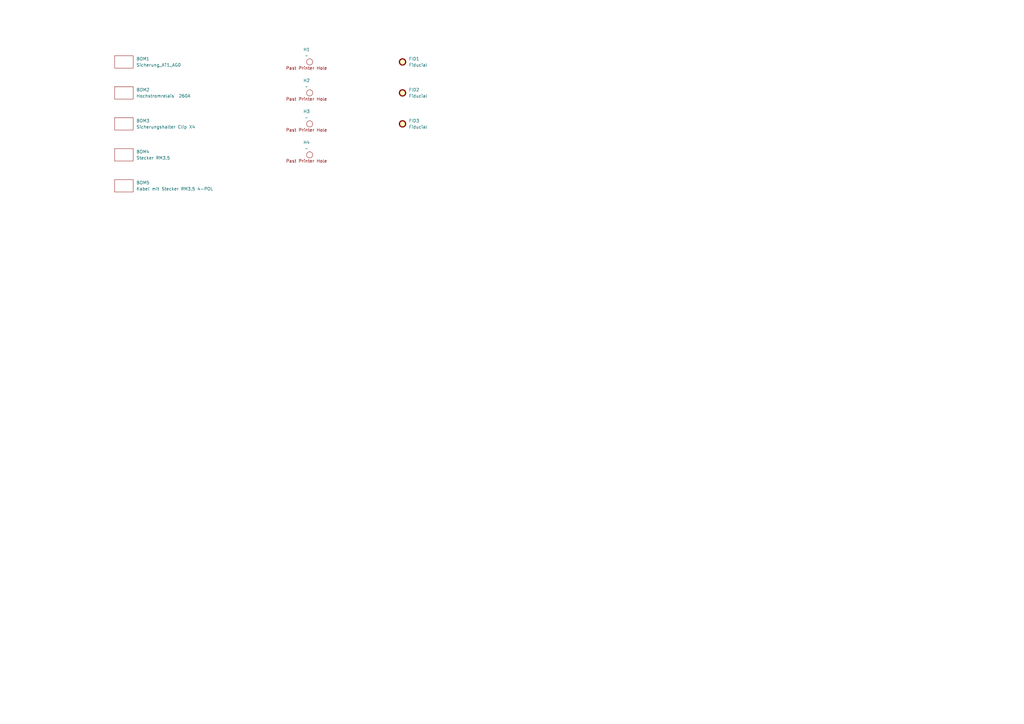
<source format=kicad_sch>
(kicad_sch
	(version 20231120)
	(generator "eeschema")
	(generator_version "8.0")
	(uuid "a32458a1-4aba-4f43-a908-dfae72e746a3")
	(paper "A3")
	(lib_symbols
		(symbol "Mechanical:Fiducial"
			(exclude_from_sim yes)
			(in_bom no)
			(on_board yes)
			(property "Reference" "FID"
				(at 0 5.08 0)
				(effects
					(font
						(size 1.27 1.27)
					)
				)
			)
			(property "Value" "Fiducial"
				(at 0 3.175 0)
				(effects
					(font
						(size 1.27 1.27)
					)
				)
			)
			(property "Footprint" ""
				(at 0 0 0)
				(effects
					(font
						(size 1.27 1.27)
					)
					(hide yes)
				)
			)
			(property "Datasheet" "~"
				(at 0 0 0)
				(effects
					(font
						(size 1.27 1.27)
					)
					(hide yes)
				)
			)
			(property "Description" "Fiducial Marker"
				(at 0 0 0)
				(effects
					(font
						(size 1.27 1.27)
					)
					(hide yes)
				)
			)
			(property "ki_keywords" "fiducial marker"
				(at 0 0 0)
				(effects
					(font
						(size 1.27 1.27)
					)
					(hide yes)
				)
			)
			(property "ki_fp_filters" "Fiducial*"
				(at 0 0 0)
				(effects
					(font
						(size 1.27 1.27)
					)
					(hide yes)
				)
			)
			(symbol "Fiducial_0_1"
				(circle
					(center 0 0)
					(radius 1.27)
					(stroke
						(width 0.508)
						(type default)
					)
					(fill
						(type background)
					)
				)
			)
		)
		(symbol "myBOM_Part:BOM-Part"
			(pin_numbers hide)
			(pin_names
				(offset 0) hide)
			(exclude_from_sim no)
			(in_bom yes)
			(on_board no)
			(property "Reference" "BOM"
				(at 0 0 0)
				(effects
					(font
						(size 1.27 1.27)
					)
				)
			)
			(property "Value" ""
				(at 0 0 0)
				(effects
					(font
						(size 1.27 1.27)
					)
				)
			)
			(property "Footprint" "myDummy:BOM-Dummy"
				(at 0 0 0)
				(effects
					(font
						(size 1.27 1.27)
					)
					(hide yes)
				)
			)
			(property "Datasheet" ""
				(at 0 0 0)
				(effects
					(font
						(size 1.27 1.27)
					)
					(hide yes)
				)
			)
			(property "Description" ""
				(at 0 0 0)
				(effects
					(font
						(size 1.27 1.27)
					)
					(hide yes)
				)
			)
			(symbol "BOM-Part_0_1"
				(rectangle
					(start -3.81 2.54)
					(end 3.81 -2.54)
					(stroke
						(width 0)
						(type default)
					)
					(fill
						(type none)
					)
				)
			)
		)
		(symbol "myMounting:mounting_past_printer"
			(exclude_from_sim no)
			(in_bom no)
			(on_board yes)
			(property "Reference" "H"
				(at 0 0 0)
				(effects
					(font
						(size 1.27 1.27)
					)
				)
			)
			(property "Value" ""
				(at 0 0 0)
				(effects
					(font
						(size 1.27 1.27)
					)
				)
			)
			(property "Footprint" "myHoles:printer_mounting_holes_1mm"
				(at 0 0 0)
				(effects
					(font
						(size 1.27 1.27)
					)
					(hide yes)
				)
			)
			(property "Datasheet" ""
				(at 0 0 0)
				(effects
					(font
						(size 1.27 1.27)
					)
					(hide yes)
				)
			)
			(property "Description" ""
				(at 0 0 0)
				(effects
					(font
						(size 1.27 1.27)
					)
					(hide yes)
				)
			)
			(symbol "mounting_past_printer_0_1"
				(circle
					(center 0 0)
					(radius 1.27)
					(stroke
						(width 0)
						(type default)
					)
					(fill
						(type none)
					)
				)
			)
			(symbol "mounting_past_printer_1_1"
				(text "Past Printer Hole\n"
					(at -1.27 -2.54 0)
					(effects
						(font
							(size 1.27 1.27)
						)
					)
				)
			)
		)
	)
	(symbol
		(lib_id "myBOM_Part:BOM-Part")
		(at 50.8 63.5 0)
		(unit 1)
		(exclude_from_sim no)
		(in_bom yes)
		(on_board yes)
		(dnp no)
		(fields_autoplaced yes)
		(uuid "2616c110-8163-4ccb-a3c6-a46d8b0ff2ef")
		(property "Reference" "BOM4"
			(at 55.88 62.2299 0)
			(effects
				(font
					(size 1.27 1.27)
				)
				(justify left)
			)
		)
		(property "Value" "Stecker RM3,5"
			(at 55.88 64.7699 0)
			(effects
				(font
					(size 1.27 1.27)
				)
				(justify left)
			)
		)
		(property "Footprint" "myBOM:BOM_PART"
			(at 50.8 63.5 0)
			(effects
				(font
					(size 1.27 1.27)
				)
				(hide yes)
			)
		)
		(property "Datasheet" ""
			(at 50.8 63.5 0)
			(effects
				(font
					(size 1.27 1.27)
				)
				(hide yes)
			)
		)
		(property "Description" "SCHRAUBKLEMME STECKER 2-POL RM3.5 VERTICAL"
			(at 50.8 63.5 0)
			(effects
				(font
					(size 1.27 1.27)
				)
				(hide yes)
			)
		)
		(property "HAN" "691361100002"
			(at 50.8 63.5 0)
			(effects
				(font
					(size 1.27 1.27)
				)
				(hide yes)
			)
		)
		(property "ECS Art#" "CON181"
			(at 50.8 63.5 0)
			(effects
				(font
					(size 1.27 1.27)
				)
				(hide yes)
			)
		)
		(property "Hersteller" "WÜRTH"
			(at 50.8 63.5 0)
			(effects
				(font
					(size 1.27 1.27)
				)
				(hide yes)
			)
		)
		(instances
			(project ""
				(path "/c138cc6a-756d-4318-83c4-a5413b81ee5f"
					(reference "BOM4")
					(unit 1)
				)
				(path "/c138cc6a-756d-4318-83c4-a5413b81ee5f/ed5c3467-b27a-45f1-8f58-e67286f004f2"
					(reference "BOM4")
					(unit 1)
				)
			)
		)
	)
	(symbol
		(lib_id "myMounting:mounting_past_printer")
		(at 127 50.8 0)
		(unit 1)
		(exclude_from_sim no)
		(in_bom no)
		(on_board yes)
		(dnp no)
		(fields_autoplaced yes)
		(uuid "29ddfdfc-82d8-4eee-a630-cc4f4479e7c5")
		(property "Reference" "H3"
			(at 125.73 45.72 0)
			(effects
				(font
					(size 1.27 1.27)
				)
			)
		)
		(property "Value" "~"
			(at 125.73 48.26 0)
			(effects
				(font
					(size 1.27 1.27)
				)
			)
		)
		(property "Footprint" "myHoles:printer_mounting_holes_1mm"
			(at 127 50.8 0)
			(effects
				(font
					(size 1.27 1.27)
				)
				(hide yes)
			)
		)
		(property "Datasheet" ""
			(at 127 50.8 0)
			(effects
				(font
					(size 1.27 1.27)
				)
				(hide yes)
			)
		)
		(property "Description" "Pastendrucker Ausrichtung"
			(at 127 50.8 0)
			(effects
				(font
					(size 1.27 1.27)
				)
				(hide yes)
			)
		)
		(property "ECS Art#" "---"
			(at 127 50.8 0)
			(effects
				(font
					(size 1.27 1.27)
				)
				(hide yes)
			)
		)
		(property "HAN" "---"
			(at 127 50.8 0)
			(effects
				(font
					(size 1.27 1.27)
				)
				(hide yes)
			)
		)
		(property "Hersteller" "---"
			(at 127 50.8 0)
			(effects
				(font
					(size 1.27 1.27)
				)
				(hide yes)
			)
		)
		(instances
			(project "protection"
				(path "/c138cc6a-756d-4318-83c4-a5413b81ee5f/ed5c3467-b27a-45f1-8f58-e67286f004f2"
					(reference "H3")
					(unit 1)
				)
			)
		)
	)
	(symbol
		(lib_id "myMounting:mounting_past_printer")
		(at 127 63.5 0)
		(unit 1)
		(exclude_from_sim no)
		(in_bom no)
		(on_board yes)
		(dnp no)
		(fields_autoplaced yes)
		(uuid "3c7f5937-2357-40c9-b4f8-7bd0bf910cc7")
		(property "Reference" "H4"
			(at 125.73 58.42 0)
			(effects
				(font
					(size 1.27 1.27)
				)
			)
		)
		(property "Value" "~"
			(at 125.73 60.96 0)
			(effects
				(font
					(size 1.27 1.27)
				)
			)
		)
		(property "Footprint" "myHoles:printer_mounting_holes_1mm"
			(at 127 63.5 0)
			(effects
				(font
					(size 1.27 1.27)
				)
				(hide yes)
			)
		)
		(property "Datasheet" ""
			(at 127 63.5 0)
			(effects
				(font
					(size 1.27 1.27)
				)
				(hide yes)
			)
		)
		(property "Description" "Pastendrucker Ausrichtung"
			(at 127 63.5 0)
			(effects
				(font
					(size 1.27 1.27)
				)
				(hide yes)
			)
		)
		(property "ECS Art#" "---"
			(at 127 63.5 0)
			(effects
				(font
					(size 1.27 1.27)
				)
				(hide yes)
			)
		)
		(property "HAN" "---"
			(at 127 63.5 0)
			(effects
				(font
					(size 1.27 1.27)
				)
				(hide yes)
			)
		)
		(property "Hersteller" "---"
			(at 127 63.5 0)
			(effects
				(font
					(size 1.27 1.27)
				)
				(hide yes)
			)
		)
		(instances
			(project "protection"
				(path "/c138cc6a-756d-4318-83c4-a5413b81ee5f/ed5c3467-b27a-45f1-8f58-e67286f004f2"
					(reference "H4")
					(unit 1)
				)
			)
		)
	)
	(symbol
		(lib_id "Mechanical:Fiducial")
		(at 165.1 50.8 0)
		(unit 1)
		(exclude_from_sim yes)
		(in_bom no)
		(on_board yes)
		(dnp no)
		(fields_autoplaced yes)
		(uuid "535193aa-5fab-4f3a-8460-3c75aebe69e7")
		(property "Reference" "FID3"
			(at 167.64 49.5299 0)
			(effects
				(font
					(size 1.27 1.27)
				)
				(justify left)
			)
		)
		(property "Value" "Fiducial"
			(at 167.64 52.0699 0)
			(effects
				(font
					(size 1.27 1.27)
				)
				(justify left)
			)
		)
		(property "Footprint" "Fiducial:Fiducial_1mm_Mask3mm"
			(at 165.1 50.8 0)
			(effects
				(font
					(size 1.27 1.27)
				)
				(hide yes)
			)
		)
		(property "Datasheet" "~"
			(at 165.1 50.8 0)
			(effects
				(font
					(size 1.27 1.27)
				)
				(hide yes)
			)
		)
		(property "Description" "Fiducial Marker"
			(at 165.1 50.8 0)
			(effects
				(font
					(size 1.27 1.27)
				)
				(hide yes)
			)
		)
		(property "ECS Art#" "---"
			(at 165.1 50.8 0)
			(effects
				(font
					(size 1.27 1.27)
				)
				(hide yes)
			)
		)
		(property "HAN" "---"
			(at 165.1 50.8 0)
			(effects
				(font
					(size 1.27 1.27)
				)
				(hide yes)
			)
		)
		(property "Hersteller" "---"
			(at 165.1 50.8 0)
			(effects
				(font
					(size 1.27 1.27)
				)
				(hide yes)
			)
		)
		(instances
			(project "protection"
				(path "/c138cc6a-756d-4318-83c4-a5413b81ee5f/ed5c3467-b27a-45f1-8f58-e67286f004f2"
					(reference "FID3")
					(unit 1)
				)
			)
		)
	)
	(symbol
		(lib_id "myBOM_Part:BOM-Part")
		(at 50.8 38.1 0)
		(unit 1)
		(exclude_from_sim no)
		(in_bom yes)
		(on_board yes)
		(dnp no)
		(fields_autoplaced yes)
		(uuid "7b942edd-aee4-4dd1-ac24-8d08c872cf5a")
		(property "Reference" "BOM2"
			(at 55.88 36.8299 0)
			(effects
				(font
					(size 1.27 1.27)
				)
				(justify left)
			)
		)
		(property "Value" "Hochstromrelais  260A"
			(at 55.88 39.3699 0)
			(effects
				(font
					(size 1.27 1.27)
				)
				(justify left)
			)
		)
		(property "Footprint" "myBOM:BOM_PART"
			(at 50.8 38.1 0)
			(effects
				(font
					(size 1.27 1.27)
				)
				(hide yes)
			)
		)
		(property "Datasheet" ""
			(at 50.8 38.1 0)
			(effects
				(font
					(size 1.27 1.27)
				)
				(hide yes)
			)
		)
		(property "Description" "V23130-C2021-A412 RELAIS BI-STABIL 12V 190A"
			(at 50.8 38.1 0)
			(effects
				(font
					(size 1.27 1.27)
				)
				(hide yes)
			)
		)
		(property "HAN" "1-1414939-4"
			(at 50.8 38.1 0)
			(effects
				(font
					(size 1.27 1.27)
				)
				(hide yes)
			)
		)
		(property "ECS Art#" "EM111"
			(at 50.8 38.1 0)
			(effects
				(font
					(size 1.27 1.27)
				)
				(hide yes)
			)
		)
		(property "Hersteller" "TE"
			(at 50.8 38.1 0)
			(effects
				(font
					(size 1.27 1.27)
				)
				(hide yes)
			)
		)
		(instances
			(project "protection"
				(path "/c138cc6a-756d-4318-83c4-a5413b81ee5f/ed5c3467-b27a-45f1-8f58-e67286f004f2"
					(reference "BOM2")
					(unit 1)
				)
			)
		)
	)
	(symbol
		(lib_id "myBOM_Part:BOM-Part")
		(at 50.8 76.2 0)
		(unit 1)
		(exclude_from_sim no)
		(in_bom yes)
		(on_board yes)
		(dnp no)
		(fields_autoplaced yes)
		(uuid "a00d96bd-adc9-433b-8696-5005c69294b4")
		(property "Reference" "BOM5"
			(at 55.88 74.9299 0)
			(effects
				(font
					(size 1.27 1.27)
				)
				(justify left)
			)
		)
		(property "Value" "Kabel mit Stecker RM3,5 4-POL"
			(at 55.88 77.4699 0)
			(effects
				(font
					(size 1.27 1.27)
				)
				(justify left)
			)
		)
		(property "Footprint" "myBOM:BOM_PART"
			(at 50.8 76.2 0)
			(effects
				(font
					(size 1.27 1.27)
				)
				(hide yes)
			)
		)
		(property "Datasheet" ""
			(at 50.8 76.2 0)
			(effects
				(font
					(size 1.27 1.27)
				)
				(hide yes)
			)
		)
		(property "Description" "KAB_30_4 Kabel mit Stecker RM2,54m 4-POL 30cm"
			(at 50.8 76.2 0)
			(effects
				(font
					(size 1.27 1.27)
				)
				(hide yes)
			)
		)
		(property "HAN" "PS4"
			(at 50.8 76.2 0)
			(effects
				(font
					(size 1.27 1.27)
				)
				(hide yes)
			)
		)
		(property "ECS Art#" "KA143"
			(at 50.8 76.2 0)
			(effects
				(font
					(size 1.27 1.27)
				)
				(hide yes)
			)
		)
		(property "Hersteller" "econ"
			(at 50.8 76.2 0)
			(effects
				(font
					(size 1.27 1.27)
				)
				(hide yes)
			)
		)
		(instances
			(project "protection"
				(path "/c138cc6a-756d-4318-83c4-a5413b81ee5f/ed5c3467-b27a-45f1-8f58-e67286f004f2"
					(reference "BOM5")
					(unit 1)
				)
			)
		)
	)
	(symbol
		(lib_id "myBOM_Part:BOM-Part")
		(at 50.8 50.8 0)
		(unit 1)
		(exclude_from_sim no)
		(in_bom yes)
		(on_board yes)
		(dnp no)
		(fields_autoplaced yes)
		(uuid "be59525e-0bd5-4b76-844b-3f04ced82cd4")
		(property "Reference" "BOM3"
			(at 55.88 49.5299 0)
			(effects
				(font
					(size 1.27 1.27)
				)
				(justify left)
			)
		)
		(property "Value" "Sicherungshalter Clip X4"
			(at 55.88 52.0699 0)
			(effects
				(font
					(size 1.27 1.27)
				)
				(justify left)
			)
		)
		(property "Footprint" "myBOM:BOM_PART"
			(at 50.8 50.8 0)
			(effects
				(font
					(size 1.27 1.27)
				)
				(hide yes)
			)
		)
		(property "Datasheet" ""
			(at 50.8 50.8 0)
			(effects
				(font
					(size 1.27 1.27)
				)
				(hide yes)
			)
		)
		(property "Description" "SI HALTER PRINT EINZELCLIP FÜR SI 6,3X32 HOCHSTROM"
			(at 50.8 50.8 0)
			(effects
				(font
					(size 1.27 1.27)
				)
				(hide yes)
			)
		)
		(property "HAN" "01220088Z"
			(at 50.8 50.8 0)
			(effects
				(font
					(size 1.27 1.27)
				)
				(hide yes)
			)
		)
		(property "ECS Art#" "EM001"
			(at 50.8 50.8 0)
			(effects
				(font
					(size 1.27 1.27)
				)
				(hide yes)
			)
		)
		(property "Hersteller" "Littlefuse"
			(at 50.8 50.8 0)
			(effects
				(font
					(size 1.27 1.27)
				)
				(hide yes)
			)
		)
		(instances
			(project "protection"
				(path "/c138cc6a-756d-4318-83c4-a5413b81ee5f/ed5c3467-b27a-45f1-8f58-e67286f004f2"
					(reference "BOM3")
					(unit 1)
				)
			)
		)
	)
	(symbol
		(lib_id "myMounting:mounting_past_printer")
		(at 127 25.4 0)
		(unit 1)
		(exclude_from_sim no)
		(in_bom no)
		(on_board yes)
		(dnp no)
		(fields_autoplaced yes)
		(uuid "dc26554d-c7a1-4a56-a422-4af1c0dd198a")
		(property "Reference" "H1"
			(at 125.73 20.32 0)
			(effects
				(font
					(size 1.27 1.27)
				)
			)
		)
		(property "Value" "~"
			(at 125.73 22.86 0)
			(effects
				(font
					(size 1.27 1.27)
				)
			)
		)
		(property "Footprint" "myHoles:printer_mounting_holes_1mm"
			(at 127 25.4 0)
			(effects
				(font
					(size 1.27 1.27)
				)
				(hide yes)
			)
		)
		(property "Datasheet" ""
			(at 127 25.4 0)
			(effects
				(font
					(size 1.27 1.27)
				)
				(hide yes)
			)
		)
		(property "Description" "Pastendrucker Ausrichtung"
			(at 127 25.4 0)
			(effects
				(font
					(size 1.27 1.27)
				)
				(hide yes)
			)
		)
		(property "ECS Art#" "---"
			(at 127 25.4 0)
			(effects
				(font
					(size 1.27 1.27)
				)
				(hide yes)
			)
		)
		(property "HAN" "---"
			(at 127 25.4 0)
			(effects
				(font
					(size 1.27 1.27)
				)
				(hide yes)
			)
		)
		(property "Hersteller" "---"
			(at 127 25.4 0)
			(effects
				(font
					(size 1.27 1.27)
				)
				(hide yes)
			)
		)
		(instances
			(project ""
				(path "/c138cc6a-756d-4318-83c4-a5413b81ee5f/ed5c3467-b27a-45f1-8f58-e67286f004f2"
					(reference "H1")
					(unit 1)
				)
			)
		)
	)
	(symbol
		(lib_id "Mechanical:Fiducial")
		(at 165.1 38.1 0)
		(unit 1)
		(exclude_from_sim yes)
		(in_bom no)
		(on_board yes)
		(dnp no)
		(fields_autoplaced yes)
		(uuid "e24f97ca-4c48-4f03-970f-4108cf210d17")
		(property "Reference" "FID2"
			(at 167.64 36.8299 0)
			(effects
				(font
					(size 1.27 1.27)
				)
				(justify left)
			)
		)
		(property "Value" "Fiducial"
			(at 167.64 39.3699 0)
			(effects
				(font
					(size 1.27 1.27)
				)
				(justify left)
			)
		)
		(property "Footprint" "Fiducial:Fiducial_1mm_Mask3mm"
			(at 165.1 38.1 0)
			(effects
				(font
					(size 1.27 1.27)
				)
				(hide yes)
			)
		)
		(property "Datasheet" "~"
			(at 165.1 38.1 0)
			(effects
				(font
					(size 1.27 1.27)
				)
				(hide yes)
			)
		)
		(property "Description" "Fiducial Marker"
			(at 165.1 38.1 0)
			(effects
				(font
					(size 1.27 1.27)
				)
				(hide yes)
			)
		)
		(property "ECS Art#" "---"
			(at 165.1 38.1 0)
			(effects
				(font
					(size 1.27 1.27)
				)
				(hide yes)
			)
		)
		(property "HAN" "---"
			(at 165.1 38.1 0)
			(effects
				(font
					(size 1.27 1.27)
				)
				(hide yes)
			)
		)
		(property "Hersteller" "---"
			(at 165.1 38.1 0)
			(effects
				(font
					(size 1.27 1.27)
				)
				(hide yes)
			)
		)
		(instances
			(project "protection"
				(path "/c138cc6a-756d-4318-83c4-a5413b81ee5f/ed5c3467-b27a-45f1-8f58-e67286f004f2"
					(reference "FID2")
					(unit 1)
				)
			)
		)
	)
	(symbol
		(lib_id "Mechanical:Fiducial")
		(at 165.1 25.4 0)
		(unit 1)
		(exclude_from_sim yes)
		(in_bom no)
		(on_board yes)
		(dnp no)
		(fields_autoplaced yes)
		(uuid "e77d645d-ed2e-48fc-85ae-ee814f2c2163")
		(property "Reference" "FID1"
			(at 167.64 24.1299 0)
			(effects
				(font
					(size 1.27 1.27)
				)
				(justify left)
			)
		)
		(property "Value" "Fiducial"
			(at 167.64 26.6699 0)
			(effects
				(font
					(size 1.27 1.27)
				)
				(justify left)
			)
		)
		(property "Footprint" "Fiducial:Fiducial_1mm_Mask3mm"
			(at 165.1 25.4 0)
			(effects
				(font
					(size 1.27 1.27)
				)
				(hide yes)
			)
		)
		(property "Datasheet" "~"
			(at 165.1 25.4 0)
			(effects
				(font
					(size 1.27 1.27)
				)
				(hide yes)
			)
		)
		(property "Description" "Fiducial Marker"
			(at 165.1 25.4 0)
			(effects
				(font
					(size 1.27 1.27)
				)
				(hide yes)
			)
		)
		(property "ECS Art#" "---"
			(at 165.1 25.4 0)
			(effects
				(font
					(size 1.27 1.27)
				)
				(hide yes)
			)
		)
		(property "HAN" "---"
			(at 165.1 25.4 0)
			(effects
				(font
					(size 1.27 1.27)
				)
				(hide yes)
			)
		)
		(property "Hersteller" "---"
			(at 165.1 25.4 0)
			(effects
				(font
					(size 1.27 1.27)
				)
				(hide yes)
			)
		)
		(instances
			(project ""
				(path "/c138cc6a-756d-4318-83c4-a5413b81ee5f/ed5c3467-b27a-45f1-8f58-e67286f004f2"
					(reference "FID1")
					(unit 1)
				)
			)
		)
	)
	(symbol
		(lib_id "myBOM_Part:BOM-Part")
		(at 50.8 25.4 0)
		(unit 1)
		(exclude_from_sim no)
		(in_bom yes)
		(on_board yes)
		(dnp no)
		(fields_autoplaced yes)
		(uuid "e9acec90-614c-4ceb-bca1-66640bbed2a8")
		(property "Reference" "BOM1"
			(at 55.88 24.1299 0)
			(effects
				(font
					(size 1.27 1.27)
				)
				(justify left)
			)
		)
		(property "Value" "Sicherung_AT1_AG0"
			(at 55.88 26.6699 0)
			(effects
				(font
					(size 1.27 1.27)
				)
				(justify left)
			)
		)
		(property "Footprint" "myBOM:BOM_PART"
			(at 50.8 25.4 0)
			(effects
				(font
					(size 1.27 1.27)
				)
				(hide yes)
			)
		)
		(property "Datasheet" ""
			(at 50.8 25.4 0)
			(effects
				(font
					(size 1.27 1.27)
				)
				(hide yes)
			)
		)
		(property "Description" ""
			(at 50.8 25.4 0)
			(effects
				(font
					(size 1.27 1.27)
				)
				(hide yes)
			)
		)
		(instances
			(project "protection"
				(path "/c138cc6a-756d-4318-83c4-a5413b81ee5f/ed5c3467-b27a-45f1-8f58-e67286f004f2"
					(reference "BOM1")
					(unit 1)
				)
			)
		)
	)
	(symbol
		(lib_id "myMounting:mounting_past_printer")
		(at 127 38.1 0)
		(unit 1)
		(exclude_from_sim no)
		(in_bom no)
		(on_board yes)
		(dnp no)
		(fields_autoplaced yes)
		(uuid "f44557b2-d8e3-4bfc-bd9b-609c80aa7fe2")
		(property "Reference" "H2"
			(at 125.73 33.02 0)
			(effects
				(font
					(size 1.27 1.27)
				)
			)
		)
		(property "Value" "~"
			(at 125.73 35.56 0)
			(effects
				(font
					(size 1.27 1.27)
				)
			)
		)
		(property "Footprint" "myHoles:printer_mounting_holes_1mm"
			(at 127 38.1 0)
			(effects
				(font
					(size 1.27 1.27)
				)
				(hide yes)
			)
		)
		(property "Datasheet" ""
			(at 127 38.1 0)
			(effects
				(font
					(size 1.27 1.27)
				)
				(hide yes)
			)
		)
		(property "Description" "Pastendrucker Ausrichtung"
			(at 127 38.1 0)
			(effects
				(font
					(size 1.27 1.27)
				)
				(hide yes)
			)
		)
		(property "ECS Art#" "---"
			(at 127 38.1 0)
			(effects
				(font
					(size 1.27 1.27)
				)
				(hide yes)
			)
		)
		(property "HAN" "---"
			(at 127 38.1 0)
			(effects
				(font
					(size 1.27 1.27)
				)
				(hide yes)
			)
		)
		(property "Hersteller" "---"
			(at 127 38.1 0)
			(effects
				(font
					(size 1.27 1.27)
				)
				(hide yes)
			)
		)
		(instances
			(project "protection"
				(path "/c138cc6a-756d-4318-83c4-a5413b81ee5f/ed5c3467-b27a-45f1-8f58-e67286f004f2"
					(reference "H2")
					(unit 1)
				)
			)
		)
	)
)

</source>
